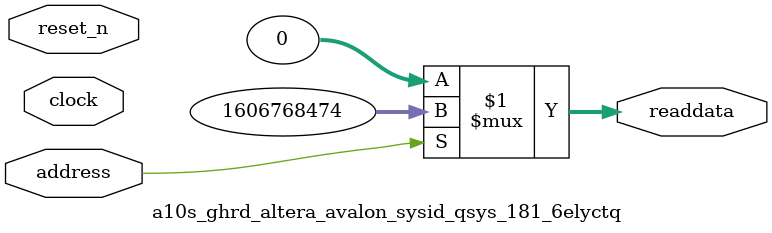
<source format=v>



// synthesis translate_off
`timescale 1ns / 1ps
// synthesis translate_on

// turn off superfluous verilog processor warnings 
// altera message_level Level1 
// altera message_off 10034 10035 10036 10037 10230 10240 10030 

module a10s_ghrd_altera_avalon_sysid_qsys_181_6elyctq (
               // inputs:
                address,
                clock,
                reset_n,

               // outputs:
                readdata
             )
;

  output  [ 31: 0] readdata;
  input            address;
  input            clock;
  input            reset_n;

  wire    [ 31: 0] readdata;
  //control_slave, which is an e_avalon_slave
  assign readdata = address ? 1606768474 : 0;

endmodule



</source>
